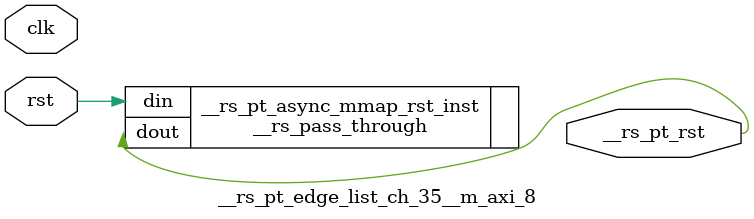
<source format=v>
`timescale 1 ns / 1 ps
/**   Generated by RapidStream   **/
module __rs_pt_edge_list_ch_35__m_axi_8 #(
    parameter BufferSize         = 32,
    parameter BufferSizeLog      = 5,
    parameter AddrWidth          = 64,
    parameter AxiSideAddrWidth   = 64,
    parameter DataWidth          = 512,
    parameter DataWidthBytesLog  = 6,
    parameter WaitTimeWidth      = 4,
    parameter BurstLenWidth      = 8,
    parameter EnableReadChannel  = 1,
    parameter EnableWriteChannel = 1,
    parameter MaxWaitTime        = 3,
    parameter MaxBurstLen        = 15
) (
    output wire __rs_pt_rst,
    input wire  clk,
    input wire  rst
);




__rs_pass_through #(
    .WIDTH (1)
) __rs_pt_async_mmap_rst_inst /**   Generated by RapidStream   **/ (
    .din  (rst),
    .dout (__rs_pt_rst)
);

endmodule  // __rs_pt_edge_list_ch_35__m_axi_8
</source>
